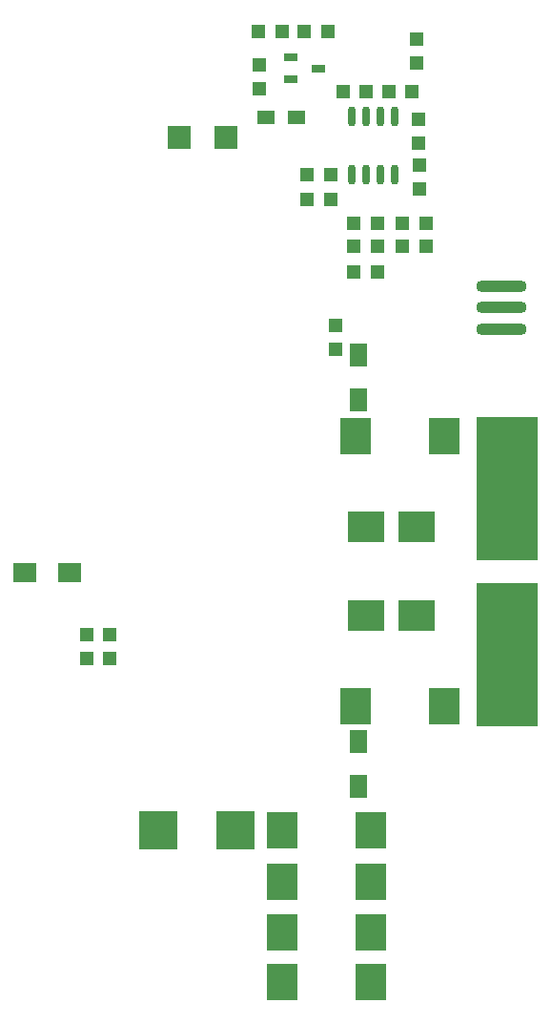
<source format=gbr>
%TF.GenerationSoftware,KiCad,Pcbnew,(5.1.4)-1*%
%TF.CreationDate,2019-12-09T14:58:40+08:00*%
%TF.ProjectId,RF_input,52465f69-6e70-4757-942e-6b696361645f,rev?*%
%TF.SameCoordinates,Original*%
%TF.FileFunction,Paste,Top*%
%TF.FilePolarity,Positive*%
%FSLAX46Y46*%
G04 Gerber Fmt 4.6, Leading zero omitted, Abs format (unit mm)*
G04 Created by KiCad (PCBNEW (5.1.4)-1) date 2019-12-09 14:58:40*
%MOMM*%
%LPD*%
G04 APERTURE LIST*
%ADD10O,4.500000X1.100000*%
%ADD11R,5.500000X12.800000*%
%ADD12R,1.500000X1.300000*%
%ADD13R,1.200000X1.200000*%
%ADD14R,2.000000X1.700000*%
%ADD15R,2.000000X2.000000*%
%ADD16R,1.600000X2.000000*%
%ADD17R,2.700000X3.200000*%
%ADD18R,1.250000X0.700000*%
%ADD19O,0.700000X1.800000*%
%ADD20R,3.200000X2.700000*%
%ADD21R,3.500000X3.500000*%
G04 APERTURE END LIST*
D10*
X146558000Y-78486000D03*
X146558000Y-74676000D03*
X146558000Y-76581000D03*
D11*
X147066000Y-107366000D03*
X147066000Y-92634000D03*
D12*
X125650000Y-59690000D03*
X128350000Y-59690000D03*
D13*
X111760000Y-107730000D03*
X111760000Y-105630000D03*
D14*
X108172000Y-100076000D03*
X104172000Y-100076000D03*
D15*
X122100000Y-61468000D03*
X117900000Y-61468000D03*
D16*
X133858000Y-119094000D03*
X133858000Y-115094000D03*
X133858000Y-80804000D03*
X133858000Y-84804000D03*
D13*
X109728000Y-105630000D03*
X109728000Y-107730000D03*
X129284000Y-67000000D03*
X131384000Y-67000000D03*
D17*
X133550000Y-88000000D03*
X141450000Y-88000000D03*
D18*
X130314000Y-55372000D03*
X127814000Y-56322000D03*
X127814000Y-54422000D03*
D19*
X137065000Y-64830000D03*
X135795000Y-64830000D03*
X134525000Y-64830000D03*
X133255000Y-64830000D03*
X133255000Y-59630000D03*
X134525000Y-59630000D03*
X135795000Y-59630000D03*
X137065000Y-59630000D03*
D17*
X133550000Y-112000000D03*
X141450000Y-112000000D03*
D20*
X139000000Y-103950000D03*
X139000000Y-96050000D03*
X134500000Y-103950000D03*
X134500000Y-96050000D03*
D17*
X134950000Y-136398000D03*
X127050000Y-136398000D03*
X134950000Y-132000000D03*
X127050000Y-132000000D03*
X134950000Y-127508000D03*
X127050000Y-127508000D03*
X134950000Y-123000000D03*
X127050000Y-123000000D03*
D21*
X122900000Y-123000000D03*
X116100000Y-123000000D03*
D13*
X135512000Y-69088000D03*
X133412000Y-69088000D03*
X139192000Y-62010000D03*
X139192000Y-59910000D03*
X135512000Y-73406000D03*
X133412000Y-73406000D03*
X135512000Y-71120000D03*
X133412000Y-71120000D03*
X139830000Y-71120000D03*
X137730000Y-71120000D03*
X131826000Y-78198000D03*
X131826000Y-80298000D03*
X136523000Y-57404000D03*
X138623000Y-57404000D03*
X138970000Y-54898000D03*
X138970000Y-52798000D03*
X129030000Y-52070000D03*
X131130000Y-52070000D03*
X124966000Y-52070000D03*
X127066000Y-52070000D03*
X125000000Y-55084000D03*
X125000000Y-57184000D03*
X131384000Y-64770000D03*
X129284000Y-64770000D03*
X137764000Y-69088000D03*
X139864000Y-69088000D03*
X139224000Y-66074000D03*
X139224000Y-63974000D03*
X134559000Y-57404000D03*
X132459000Y-57404000D03*
M02*

</source>
